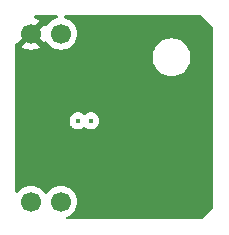
<source format=gbr>
%TF.GenerationSoftware,KiCad,Pcbnew,7.0.8*%
%TF.CreationDate,2024-11-10T19:07:09+09:00*%
%TF.ProjectId,Ni-MH_3.3V-Module,4e692d4d-485f-4332-9e33-562d4d6f6475,rev?*%
%TF.SameCoordinates,Original*%
%TF.FileFunction,Copper,L2,Bot*%
%TF.FilePolarity,Positive*%
%FSLAX46Y46*%
G04 Gerber Fmt 4.6, Leading zero omitted, Abs format (unit mm)*
G04 Created by KiCad (PCBNEW 7.0.8) date 2024-11-10 19:07:09*
%MOMM*%
%LPD*%
G01*
G04 APERTURE LIST*
%TA.AperFunction,ComponentPad*%
%ADD10C,1.700000*%
%TD*%
%TA.AperFunction,ComponentPad*%
%ADD11C,0.400000*%
%TD*%
G04 APERTURE END LIST*
D10*
%TO.P,J1,1,Pin_1*%
%TO.N,1.2V*%
X4353000Y-16283000D03*
%TO.P,J1,2,Pin_2*%
%TO.N,Net-(D1-K)*%
X1813000Y-16283000D03*
%TD*%
D11*
%TO.P,U1,9_1*%
%TO.N,N/C*%
X6888000Y-9429000D03*
%TO.P,U1,9_2*%
X5788000Y-9429000D03*
%TD*%
D10*
%TO.P,J2,1,Pin_1*%
%TO.N,AGND*%
X1813000Y-2059000D03*
%TO.P,J2,2,Pin_2*%
%TO.N,3.3V*%
X4353000Y-2059000D03*
%TD*%
%TA.AperFunction,Conductor*%
%TO.N,AGND*%
G36*
X16271677Y-527685D02*
G01*
X16292319Y-544319D01*
X17235681Y-1487681D01*
X17269166Y-1549004D01*
X17272000Y-1575362D01*
X17272000Y-16712638D01*
X17252315Y-16779677D01*
X17235681Y-16800319D01*
X16292319Y-17743681D01*
X16230996Y-17777166D01*
X16204638Y-17780000D01*
X4897557Y-17780000D01*
X4830518Y-17760315D01*
X4784763Y-17707511D01*
X4774819Y-17638353D01*
X4803844Y-17574797D01*
X4845150Y-17543618D01*
X5030830Y-17457035D01*
X5224401Y-17321495D01*
X5391495Y-17154401D01*
X5527035Y-16960830D01*
X5626903Y-16746663D01*
X5688063Y-16518408D01*
X5708659Y-16283000D01*
X5688063Y-16047592D01*
X5626903Y-15819337D01*
X5527035Y-15605171D01*
X5521425Y-15597158D01*
X5391494Y-15411597D01*
X5224402Y-15244506D01*
X5224395Y-15244501D01*
X5030834Y-15108967D01*
X5030830Y-15108965D01*
X5030828Y-15108964D01*
X4816663Y-15009097D01*
X4816659Y-15009096D01*
X4816655Y-15009094D01*
X4588413Y-14947938D01*
X4588403Y-14947936D01*
X4353001Y-14927341D01*
X4352999Y-14927341D01*
X4117596Y-14947936D01*
X4117586Y-14947938D01*
X3889344Y-15009094D01*
X3889335Y-15009098D01*
X3675171Y-15108964D01*
X3675169Y-15108965D01*
X3481597Y-15244505D01*
X3314505Y-15411597D01*
X3184575Y-15597158D01*
X3129998Y-15640783D01*
X3060500Y-15647977D01*
X2998145Y-15616454D01*
X2981425Y-15597158D01*
X2851494Y-15411597D01*
X2684402Y-15244506D01*
X2684395Y-15244501D01*
X2490834Y-15108967D01*
X2490830Y-15108965D01*
X2490828Y-15108964D01*
X2276663Y-15009097D01*
X2276659Y-15009096D01*
X2276655Y-15009094D01*
X2048413Y-14947938D01*
X2048403Y-14947936D01*
X1813001Y-14927341D01*
X1812999Y-14927341D01*
X1577596Y-14947936D01*
X1577586Y-14947938D01*
X1349344Y-15009094D01*
X1349335Y-15009098D01*
X1135171Y-15108964D01*
X1135169Y-15108965D01*
X941597Y-15244505D01*
X774508Y-15411594D01*
X733575Y-15470053D01*
X678998Y-15513678D01*
X609499Y-15520870D01*
X547145Y-15489348D01*
X511731Y-15429118D01*
X508000Y-15398929D01*
X508000Y-9429000D01*
X5082355Y-9429000D01*
X5102859Y-9597869D01*
X5102860Y-9597874D01*
X5163182Y-9756931D01*
X5225475Y-9847177D01*
X5259817Y-9896929D01*
X5320227Y-9950447D01*
X5387150Y-10009736D01*
X5537773Y-10088789D01*
X5537775Y-10088790D01*
X5702944Y-10129500D01*
X5873056Y-10129500D01*
X6038225Y-10088790D01*
X6188852Y-10009734D01*
X6255775Y-9950445D01*
X6319005Y-9920725D01*
X6388269Y-9929908D01*
X6420222Y-9950443D01*
X6487148Y-10009734D01*
X6637775Y-10088790D01*
X6802944Y-10129500D01*
X6973056Y-10129500D01*
X7138225Y-10088790D01*
X7217692Y-10047081D01*
X7288849Y-10009736D01*
X7288850Y-10009734D01*
X7288852Y-10009734D01*
X7416183Y-9896929D01*
X7512818Y-9756930D01*
X7573140Y-9597872D01*
X7593645Y-9429000D01*
X7573140Y-9260128D01*
X7512818Y-9101070D01*
X7416183Y-8961071D01*
X7288852Y-8848266D01*
X7288849Y-8848263D01*
X7138226Y-8769210D01*
X6973056Y-8728500D01*
X6802944Y-8728500D01*
X6637773Y-8769210D01*
X6487150Y-8848263D01*
X6420227Y-8907553D01*
X6356994Y-8937274D01*
X6287730Y-8928090D01*
X6255773Y-8907553D01*
X6188849Y-8848263D01*
X6038226Y-8769210D01*
X5873056Y-8728500D01*
X5702944Y-8728500D01*
X5537773Y-8769210D01*
X5387150Y-8848263D01*
X5259816Y-8961072D01*
X5163182Y-9101068D01*
X5102860Y-9260125D01*
X5102859Y-9260130D01*
X5082355Y-9429000D01*
X508000Y-9429000D01*
X508000Y-4064000D01*
X12110551Y-4064000D01*
X12130317Y-4315151D01*
X12189126Y-4560110D01*
X12285533Y-4792859D01*
X12417160Y-5007653D01*
X12417161Y-5007656D01*
X12417164Y-5007659D01*
X12580776Y-5199224D01*
X12729066Y-5325875D01*
X12772343Y-5362838D01*
X12772346Y-5362839D01*
X12987140Y-5494466D01*
X13219889Y-5590873D01*
X13464852Y-5649683D01*
X13620950Y-5661968D01*
X13653116Y-5664500D01*
X13653118Y-5664500D01*
X13778884Y-5664500D01*
X13808518Y-5662167D01*
X13967148Y-5649683D01*
X14212111Y-5590873D01*
X14444859Y-5494466D01*
X14659659Y-5362836D01*
X14851224Y-5199224D01*
X15014836Y-5007659D01*
X15146466Y-4792859D01*
X15242873Y-4560111D01*
X15301683Y-4315148D01*
X15321449Y-4064000D01*
X15301683Y-3812852D01*
X15242873Y-3567889D01*
X15146466Y-3335140D01*
X15014839Y-3120346D01*
X15014838Y-3120343D01*
X14860012Y-2939066D01*
X14851224Y-2928776D01*
X14718639Y-2815538D01*
X14659656Y-2765161D01*
X14659653Y-2765160D01*
X14444859Y-2633533D01*
X14212110Y-2537126D01*
X13967150Y-2478317D01*
X13778884Y-2463500D01*
X13778882Y-2463500D01*
X13653118Y-2463500D01*
X13653116Y-2463500D01*
X13464849Y-2478317D01*
X13219889Y-2537126D01*
X12987140Y-2633533D01*
X12772346Y-2765160D01*
X12772343Y-2765161D01*
X12580776Y-2928776D01*
X12417161Y-3120343D01*
X12417160Y-3120346D01*
X12285533Y-3335140D01*
X12189126Y-3567889D01*
X12130317Y-3812848D01*
X12110551Y-4064000D01*
X508000Y-4064000D01*
X508000Y-2939066D01*
X527685Y-2872027D01*
X580489Y-2826272D01*
X642808Y-2815538D01*
X698073Y-2820373D01*
X1329922Y-2188523D01*
X1353507Y-2268844D01*
X1431239Y-2389798D01*
X1539900Y-2483952D01*
X1670685Y-2543680D01*
X1680466Y-2545086D01*
X1051625Y-3173925D01*
X1135421Y-3232599D01*
X1349507Y-3332429D01*
X1349516Y-3332433D01*
X1577673Y-3393567D01*
X1577684Y-3393569D01*
X1812998Y-3414157D01*
X1813002Y-3414157D01*
X2048315Y-3393569D01*
X2048326Y-3393567D01*
X2276483Y-3332433D01*
X2276492Y-3332429D01*
X2490578Y-3232600D01*
X2490582Y-3232598D01*
X2574373Y-3173926D01*
X2574373Y-3173925D01*
X1945533Y-2545086D01*
X1955315Y-2543680D01*
X2086100Y-2483952D01*
X2194761Y-2389798D01*
X2272493Y-2268844D01*
X2296076Y-2188524D01*
X2927925Y-2820373D01*
X2981119Y-2744405D01*
X3035696Y-2700781D01*
X3105195Y-2693588D01*
X3167549Y-2725110D01*
X3184269Y-2744405D01*
X3314505Y-2930401D01*
X3481599Y-3097495D01*
X3514234Y-3120346D01*
X3675165Y-3233032D01*
X3675167Y-3233033D01*
X3675170Y-3233035D01*
X3889337Y-3332903D01*
X3889343Y-3332904D01*
X3889344Y-3332905D01*
X3897689Y-3335141D01*
X4117592Y-3394063D01*
X4305918Y-3410539D01*
X4352999Y-3414659D01*
X4353000Y-3414659D01*
X4353001Y-3414659D01*
X4392234Y-3411226D01*
X4588408Y-3394063D01*
X4816663Y-3332903D01*
X5030830Y-3233035D01*
X5224401Y-3097495D01*
X5391495Y-2930401D01*
X5527035Y-2736830D01*
X5626903Y-2522663D01*
X5688063Y-2294408D01*
X5708659Y-2059000D01*
X5688063Y-1823592D01*
X5626903Y-1595337D01*
X5527035Y-1381171D01*
X5521731Y-1373595D01*
X5391494Y-1187597D01*
X5224402Y-1020506D01*
X5224395Y-1020501D01*
X5030834Y-884967D01*
X5030830Y-884965D01*
X5030828Y-884964D01*
X4816663Y-785097D01*
X4816659Y-785096D01*
X4816655Y-785094D01*
X4692303Y-751775D01*
X4632642Y-715410D01*
X4602113Y-652563D01*
X4610408Y-583188D01*
X4654893Y-529310D01*
X4721445Y-508035D01*
X4724396Y-508000D01*
X16204638Y-508000D01*
X16271677Y-527685D01*
G37*
%TD.AperFunction*%
%TA.AperFunction,Conductor*%
G36*
X4048643Y-527685D02*
G01*
X4094398Y-580489D01*
X4104342Y-649647D01*
X4075317Y-713203D01*
X4016539Y-750977D01*
X4013697Y-751775D01*
X3889344Y-785094D01*
X3889335Y-785098D01*
X3675171Y-884964D01*
X3675169Y-884965D01*
X3481597Y-1020505D01*
X3314505Y-1187597D01*
X3184269Y-1373595D01*
X3129692Y-1417220D01*
X3060194Y-1424414D01*
X2997839Y-1392891D01*
X2981119Y-1373595D01*
X2927925Y-1297626D01*
X2927925Y-1297625D01*
X2296076Y-1929475D01*
X2272493Y-1849156D01*
X2194761Y-1728202D01*
X2086100Y-1634048D01*
X1955315Y-1574320D01*
X1945532Y-1572913D01*
X2574373Y-944073D01*
X2574373Y-944072D01*
X2490583Y-885402D01*
X2490579Y-885400D01*
X2276492Y-785570D01*
X2276483Y-785566D01*
X2150371Y-751775D01*
X2090710Y-715410D01*
X2060181Y-652563D01*
X2068476Y-583187D01*
X2112961Y-529310D01*
X2179513Y-508035D01*
X2182464Y-508000D01*
X3981604Y-508000D01*
X4048643Y-527685D01*
G37*
%TD.AperFunction*%
%TD*%
M02*

</source>
